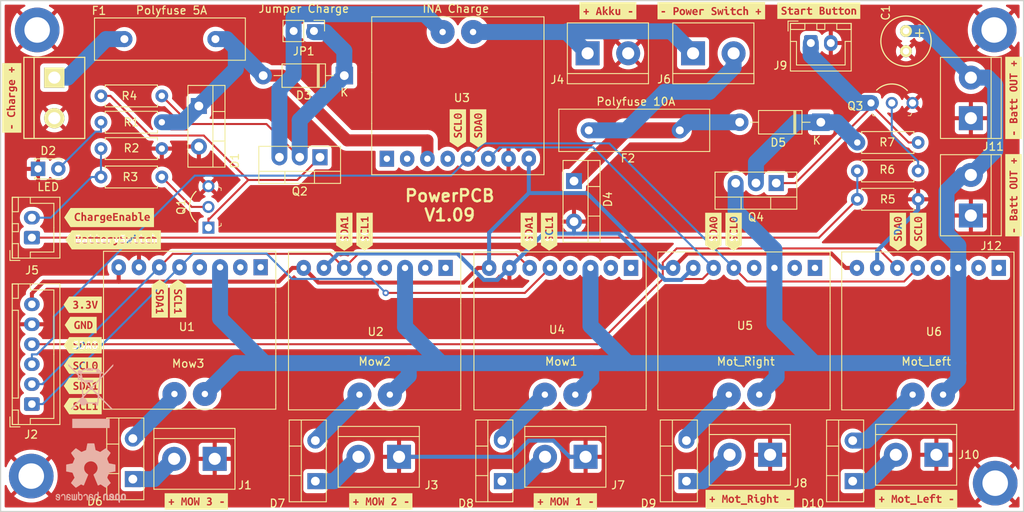
<source format=kicad_pcb>
(kicad_pcb (version 20211014) (generator pcbnew)
  (layers (0 "F.Cu" signal) (31 "B.Cu" signal) (34 "B.Paste" user) (35 "F.Paste" user) (36 "B.SilkS" user "B.Silkscreen") (37 "F.SilkS" user "F.Silkscreen") (38 "B.Mask" user) (39 "F.Mask" user) (44 "Edge.Cuts" user))
  (net 0 "")
  (net 1 "GND")
  (net 2 "pinChargeEnable")
  (net 3 "pinBatterySwitch")
  (net 4 "Net-(Q1-Pad1)")
  (net 5 "Net-(Q1-Pad2)")
  (net 6 "Net-(Q3-Pad2)")
  (net 7 "+3V3")
  (net 8 "V_Bat")
  (net 9 "SDA0")
  (net 10 "SCL0")
  (net 11 "SDA1")
  (net 12 "SCL1")
  (net 28 "Net-(BT1-Pad1)")
  (net 29 "Net-(D2-Pad2)")
  (net 30 "Net-(J9-Pad1)")
  (net 34 "Net-(D4-Pad1)")
  (net 35 "V_CHARGE")
  (net 36 "Net-(D6-Pad1)")
  (net 37 "Net-(D6-Pad2)")
  (net 38 "Net-(D7-Pad1)")
  (net 39 "Net-(D7-Pad2)")
  (net 40 "Net-(D8-Pad1)")
  (net 41 "Net-(D3-Pad1)")
  (net 42 "Net-(D8-Pad2)")
  (net 43 "Net-(J4-Pad1)")
  (net 44 "Net-(D9-Pad1)")
  (net 45 "Net-(D9-Pad2)")
  (net 46 "Net-(D10-Pad1)")
  (net 47 "Net-(D10-Pad2)")
  (net 48 "Net-(JP1-Pad2)")
  (net 49 "Net-(F2-Pad2)")
  (net 50 "Net-(D5-Pad1)")
  (footprint "Zimprich:Anschlussklemme_2P_RM5,08" (layer "F.Cu") (at 91.44 73.406 -90)
    (fp_text reference "BT1" hide)
    (fp_text value "Charge" hide)
  )
  (footprint "Zimprich:Elko_vert_11.2x6.3mm_RM2.5" (layer "F.Cu") (at 198.12 65.024 -90)
    (fp_text reference "C1")
    (fp_text value "100uF")
  )
  (footprint "Package_TO_SOT_THT:TO-220-2_Vertical" (layer "F.Cu") (at 109.545 74.422 -90)
    (fp_text reference "D1")
    (fp_text value "MBR1045")
  )
  (footprint "Fuse:Fuse_Littelfuse-LVR100" (layer "F.Cu") (at 111.618 66.04 180)
    (fp_text reference "F1")
    (fp_text value "Polyfuse 5A")
  )
  (footprint "Fuse:Fuse_Littelfuse-LVR100" (layer "F.Cu") (at 169.784 77.47 180)
    (fp_text reference "F2")
    (fp_text value "Polyfuse 10A")
  )
  (footprint "TerminalBlock:TerminalBlock_bornier-2_P5.08mm" (layer "F.Cu") (at 111.53 118.618 180)
    (fp_text reference "J1")
    (fp_text value "Mow3")
  )
  (footprint "digikey-footprints:TO-92-3_Formed_Leads" (layer "F.Cu") (at 110.744 89.662 90)
    (fp_text reference "Q1")
    (fp_text value "BC547C")
  )
  (footprint "digikey-footprints:TO-92-3_Formed_Leads" (layer "F.Cu") (at 193.742 74.035)
    (fp_text reference "Q3")
    (fp_text value "BC547C")
  )
  (footprint "Resistor_THT:R_Axial_DIN0207_L6.3mm_D2.5mm_P7.62mm_Horizontal" (layer "F.Cu") (at 104.902 83.312 180)
    (fp_text reference "R3")
    (fp_text value "4k7")
  )
  (footprint "Resistor_THT:R_Axial_DIN0207_L6.3mm_D2.5mm_P7.62mm_Horizontal" (layer "F.Cu") (at 104.902 73.152 180)
    (fp_text reference "R4")
    (fp_text value "4k7")
  )
  (footprint "Resistor_THT:R_Axial_DIN0207_L6.3mm_D2.5mm_P7.62mm_Horizontal" (layer "F.Cu") (at 192.024 86.106)
    (fp_text reference "R5")
    (fp_text value "4k7")
  )
  (footprint "Resistor_THT:R_Axial_DIN0207_L6.3mm_D2.5mm_P7.62mm_Horizontal" (layer "F.Cu") (at 192.024 82.55)
    (fp_text reference "R6")
    (fp_text value "4k7" hide)
  )
  (footprint "MountingHole:MountingHole_3.2mm_M3_DIN965_Pad_TopBottom" (layer "F.Cu") (at 89.289 64.897)
    (fp_text reference "H1" hide)
    (fp_text value "MountingHole_Pad" hide)
  )
  (footprint "MountingHole:MountingHole_3.2mm_M3_DIN965_Pad_TopBottom" (layer "F.Cu") (at 209.169 64.897)
    (fp_text reference "H2" hide)
    (fp_text value "MountingHole_Pad" hide)
  )
  (footprint "MountingHole:MountingHole_3.2mm_M3_DIN965_Pad_TopBottom" (layer "F.Cu") (at 209.296 121.666)
    (fp_text reference "H3" hide)
    (fp_text value "MountingHole_Pad" hide)
  )
  (footprint "MountingHole:MountingHole_3.2mm_M3_DIN965_Pad_TopBottom" (layer "F.Cu") (at 88.55 120.78)
    (fp_text reference "H4" hide)
    (fp_text value "MountingHole_Pad" hide)
  )
  (footprint "TerminalBlock:TerminalBlock_bornier-2_P5.08mm" (layer "F.Cu") (at 181.102 118.11 180)
    (fp_text reference "J8")
    (fp_text value "Mot_Right")
  )
  (footprint "Package_TO_SOT_THT:TO-220-3_Vertical" (layer "F.Cu") (at 181.864 84.074 180)
    (fp_text reference "Q4")
    (fp_text value "IRF9540N")
  )
  (footprint "Package_TO_SOT_THT:TO-220-3_Vertical" (layer "F.Cu") (at 124.714 80.843 180)
    (fp_text reference "Q2")
    (fp_text value "IRF9540N")
  )
  (footprint "Connector_JST:JST_XH_B6B-XH-A_1x06_P2.50mm_Vertical" (layer "F.Cu") (at 88.629 111.76 90)
    (fp_text reference "J2")
    (fp_text value "Main_PCB1")
  )
  (footprint "TerminalBlock:TerminalBlock_bornier-2_P5.08mm" (layer "F.Cu") (at 134.62 118.364 180)
    (fp_text reference "J3")
    (fp_text value "Mow2")
  )
  (footprint "TerminalBlock:TerminalBlock_bornier-2_P5.08mm" (layer "F.Cu") (at 158.242 67.818)
    (fp_text reference "J4")
    (fp_text value "Battery")
  )
  (footprint "Connector_JST:JST_XH_B2B-XH-A_1x02_P2.50mm_Vertical" (layer "F.Cu") (at 88.629 90.912 90)
    (fp_text reference "J5")
    (fp_text value "Main_PCB2")
  )
  (footprint "TerminalBlock:TerminalBlock_bornier-2_P5.08mm" (layer "F.Cu") (at 171.45 67.818)
    (fp_text reference "J6")
    (fp_text value "Power Switch")
  )
  (footprint "TerminalBlock:TerminalBlock_bornier-2_P5.08mm" (layer "F.Cu") (at 157.988 118.364 180)
    (fp_text reference "J7")
    (fp_text value "Mow1")
  )
  (footprint "Connector_JST:JST_XH_B2B-XH-A_1x02_P2.50mm_Vertical" (layer "F.Cu") (at 186.202 66.531)
    (fp_text reference "J9")
    (fp_text value "Start")
  )
  (footprint "TerminalBlock:TerminalBlock_bornier-2_P5.08mm" (layer "F.Cu") (at 201.93 118.11 180)
    (fp_text reference "J10")
    (fp_text value "Mot_Left")
  )
  (footprint "TerminalBlock:TerminalBlock_bornier-2_P5.08mm" (layer "F.Cu") (at 206.248 75.946 90)
    (fp_text reference "J11")
    (fp_text value "DC/DC1")
  )
  (footprint "TerminalBlock:TerminalBlock_bornier-2_P5.08mm" (layer "F.Cu") (at 206.248 88.138 90)
    (fp_text reference "J12")
    (fp_text value "DC/DC2")
  )
  (footprint "Current_sense:INA226" (layer "F.Cu") (at 131.56 102.32 180)
    (fp_text reference "U2")
    (fp_text value "INA226")
  )
  (footprint "Current_sense:INA226" (layer "F.Cu") (at 141.986 73.406)
    (fp_text reference "U3")
    (fp_text value "INA Charge")
  )
  (footprint "Current_sense:INA226" (layer "F.Cu") (at 154.79 102.32 180)
    (fp_text reference "U4")
    (fp_text value "INA226")
  )
  (footprint "Current_sense:INA226" (layer "F.Cu") (at 177.83 102.32 180)
    (fp_text reference "U5")
    (fp_text value "INA226")
  )
  (footprint "Current_sense:INA226" (layer "F.Cu") (at 200.86 102.32 180)
    (fp_text reference "U6")
    (fp_text value "INA226")
  )
  (footprint "kibuzzard-630FA596" (layer "F.Cu") (at 150.876 90.17 90)
    (fp_text reference "kibuzzard-630FA596" hide)
    (fp_text value "G***" hide)
  )
  (footprint "kibuzzard-630FA5FF" (layer "F.Cu") (at 127.762 90.17 90)
    (fp_text reference "kibuzzard-630FA5FF" hide)
    (fp_text value "G***" hide)
  )
  (footprint "kibuzzard-630F6938" (layer "F.Cu") (at 94.996 99.314)
    (fp_text reference "kibuzzard-630F6938" hide)
    (fp_text value "G***" hide)
  )
  (footprint "Resistor_THT:R_Axial_DIN0207_L6.3mm_D2.5mm_P7.62mm_Horizontal" (layer "F.Cu") (at 192.024 78.994)
    (fp_text reference "R7")
    (fp_text value "4k7" hide)
  )
  (footprint "kibuzzard-630FA573" (layer "F.Cu") (at 173.99 90.17 90)
    (fp_text reference "kibuzzard-630FA573" hide)
    (fp_text value "G***" hide)
  )
  (footprint "kibuzzard-630F6257" (layer "F.Cu") (at 155.448 123.952)
    (fp_text reference "kibuzzard-630F6257" hide)
    (fp_text value "G***" hide)
  )
  (footprint "Resistor_THT:R_Axial_DIN0207_L6.3mm_D2.5mm_P7.62mm_Horizontal" (layer "F.Cu") (at 104.902 76.454 180)
    (fp_text reference "R1")
    (fp_text value "4.7kO" hide)
  )
  (footprint "kibuzzard-630F70A7" (layer "F.Cu") (at 173.736 62.484)
    (fp_text reference "kibuzzard-630F70A7" hide)
    (fp_text value "G***" hide)
  )
  (footprint "kibuzzard-62B75E62" (layer "F.Cu") (at 199.39 123.698)
    (fp_text reference "kibuzzard-62B75E62" hide)
    (fp_text value "G***" hide)
  )
  (footprint "kibuzzard-630FA5E0" (layer "F.Cu") (at 130.302 90.17 90)
    (fp_text reference "kibuzzard-630FA5E0" hide)
    (fp_text value "G***" hide)
  )
  (footprint "kibuzzard-630F6901" (layer "F.Cu") (at 94.996 104.394)
    (fp_text reference "kibuzzard-630F6901" hide)
    (fp_text value "G***" hide)
  )
  (footprint "kibuzzard-630F62C6" (layer "F.Cu") (at 109.22 123.952)
    (fp_text reference "kibuzzard-630F62C6" hide)
    (fp_text value "G***" hide)
  )
  (footprint "kibuzzard-630F7110" (layer "F.Cu") (at 160.782 62.484)
    (fp_text reference "kibuzzard-630F7110" hide)
    (fp_text value "G***" hide)
  )
  (footprint "kibuzzard-630FA420" (layer "F.Cu") (at 98.298 88.392)
    (fp_text reference "kibuzzard-630FA420" hide)
    (fp_text value "G***" hide)
  )
  (footprint "Connector_PinHeader_2.54mm:PinHeader_1x02_P2.54mm_Vertical" (layer "F.Cu") (at 123.957 65.024 -90)
    (fp_text reference "JP1")
    (fp_text value "Jumper Charge")
  )
  (footprint "Package_TO_SOT_THT:TO-220-2_Vertical" (layer "F.Cu") (at 191.445 121.412 90)
    (fp_text reference "D10")
    (fp_text value "MBR1045")
  )
  (footprint "kibuzzard-630FA5B5" (layer "F.Cu") (at 153.416 90.17 90)
    (fp_text reference "kibuzzard-630FA5B5" hide)
    (fp_text value "G***" hide)
  )
  (footprint "Package_TO_SOT_THT:TO-220-2_Vertical" (layer "F.Cu") (at 101.275 121.158 90)
    (fp_text reference "D6")
    (fp_text value "MBR1045")
  )
  (footprint "kibuzzard-630F6915" (layer "F.Cu") (at 94.742 101.854)
    (fp_text reference "kibuzzard-630F6915" hide)
    (fp_text value "G***" hide)
  )
  (footprint "Package_TO_SOT_THT:TO-220-2_Vertical" (layer "F.Cu") (at 124.135 121.412 90)
    (fp_text reference "D7")
    (fp_text value "MBR1045")
  )
  (footprint "kibuzzard-630F6FC9" (layer "F.Cu") (at 187.198 62.484)
    (fp_text reference "kibuzzard-630F6FC9" hide)
    (fp_text value "G***" hide)
  )
  (footprint "Package_TO_SOT_THT:TO-220-2_Vertical" (layer "F.Cu") (at 156.535 83.82 -90)
    (fp_text reference "D4")
    (fp_text value "MBR1045")
  )
  (footprint "Current_sense:INA226" (layer "F.Cu") (at 108.39 102.24 180)
    (fp_text reference "U1")
    (fp_text value "INA226")
  )
  (footprint "kibuzzard-630FA50E" (layer "F.Cu") (at 197.104 90.17 90)
    (fp_text reference "kibuzzard-630FA50E" hide)
    (fp_text value "G***" hide)
  )
  (footprint "kibuzzard-6311B784" (layer "F.Cu") (at 144.526 77.216 90)
    (fp_text reference "kibuzzard-6311B784" hide)
    (fp_text value "G***" hide)
  )
  (footprint "kibuzzard-6311B760" (layer "F.Cu") (at 106.934 98.552 -90)
    (fp_text reference "kibuzzard-6311B760" hide)
    (fp_text value "G***" hide)
  )
  (footprint "kibuzzard-630FA55C" (layer "F.Cu") (at 176.53 90.17 90)
    (fp_text reference "kibuzzard-630FA55C" hide)
    (fp_text value "G***" hide)
  )
  (footprint "LED_THT:LED_D1.8mm_W3.3mm_H2.4mm" (layer "F.Cu") (at 89.403 82.296)
    (fp_text reference "D2")
    (fp_text value "LED")
  )
  (footprint "Package_TO_SOT_THT:TO-220-2_Vertical" (layer "F.Cu") (at 147.503 121.412 90)
    (fp_text reference "D8")
    (fp_text value "MBR1045")
  )
  (footprint "kibuzzard-6311B799" (layer "F.Cu") (at 141.986 77.216 90)
    (fp_text reference "kibuzzard-6311B799" hide)
    (fp_text value "G***" hide)
  )
  (footprint "kibuzzard-630FA52F" (layer "F.Cu") (at 199.644 90.17 90)
    (fp_text reference "kibuzzard-630FA52F" hide)
    (fp_text value "G***" hide)
  )
  (footprint "kibuzzard-630F68E0" (layer "F.Cu") (at 94.996 106.934)
    (fp_text reference "kibuzzard-630F68E0" hide)
    (fp_text value "G***" hide)
  )
  (footprint "Resistor_THT:R_Axial_DIN0207_L6.3mm_D2.5mm_P7.62mm_Horizontal" (layer "F.Cu") (at 97.282 79.756)
    (fp_text reference "R2")
    (fp_text value "4k7" hide)
  )
  (footprint "kibuzzard-630F6B1E" (layer "F.Cu") (at 211.582 85.598 90)
    (fp_text reference "kibuzzard-630F6B1E" hide)
    (fp_text value "G***" hide)
  )
  (footprint "kibuzzard-62B75EB1" (layer "F.Cu") (at 178.562 123.698)
    (fp_text reference "kibuzzard-62B75EB1" hide)
    (fp_text value "G***" hide)
  )
  (footprint "kibuzzard-630FA3ED" (layer "F.Cu") (at 98.806 91.186)
    (fp_text reference "kibuzzard-630FA3ED" hide)
    (fp_text value "G***" hide)
  )
  (footprint "kibuzzard-630F6337" (layer "F.Cu") (at 94.996 112.014)
    (fp_text reference "kibuzzard-630F6337" hide)
    (fp_text value "G***" hide)
  )
  (footprint "kibuzzard-630F629F" (layer "F.Cu") (at 132.334 123.952)
    (fp_text reference "kibuzzard-630F629F" hide)
    (fp_text value "G***" hide)
  )
  (footprint "kibuzzard-630F714A" (layer "F.Cu") (at 86.106 73.406 90)
    (fp_text reference "kibuzzard-630F714A" hide)
    (fp_text value "G***" hide)
  )
  (footprint "kibuzzard-630F6B3C" (layer "F.Cu") (at 211.582 73.406 90)
    (fp_text reference "kibuzzard-630F6B3C" hide)
    (fp_text value "G***" hide)
  )
  (footprint "Diode_THT:D_DO-41_SOD81_P10.16mm_Horizontal" (layer "F.Cu") (at 187.452 76.454 180)
    (fp_text reference "D5")
    (fp_text value "SB1240")
  )
  (footprint "Diode_THT:D_DO-41_SOD81_P10.16mm_Horizontal" (layer "F.Cu") (at 127.762 70.612 180)
    (fp_text reference "D3")
    (fp_text value "SB1240")
  )
  (footprint "kibuzzard-630F6348" (layer "F.Cu") (at 94.996 109.474)
    (fp_text reference "kibuzzard-630F6348" hide)
    (fp_text value "G***" hide)
  )
  (footprint "kibuzzard-6311B724" (layer "F.Cu") (at 104.648 98.552 -90)
    (fp_text reference "kibuzzard-6311B724" hide)
    (fp_text value "G***" hide)
  )
  (footprint "Package_TO_SOT_THT:TO-220-2_Vertical" (layer "F.Cu") (at 170.617 121.412 90)
    (fp_text reference "D9")
    (fp_text value "MBR1045")
  )
  (footprint "Symbol:WEEE-Logo_5.6x8mm_SilkScreen" (layer "B.Cu") (at 96.012 110.744 180)
    (fp_text reference "REF**" hide)
    (fp_text value "WEEE-Logo_5.6x8mm_SilkScreen" hide)
  )
  (footprint "Symbol:OSHW-Logo2_9.8x8mm_SilkScreen" (layer "B.Cu") (at 96.012 120.396 180)
    (fp_text reference "REF**" hide)
    (fp_text value "OSHW-Logo2_9.8x8mm_SilkScreen" hide)
  )
  (gr_line (start 84.709 125.217) (end 212.852 125.217) (layer "Edge.Cuts") (width 0.15))
  (gr_line (start 212.852 125.217) (end 212.852 61.217) (layer "Edge.Cuts") (width 0.15))
  (gr_line (start 84.709 61.217) (end 84.709 125.217) (layer "Edge.Cuts") (width 0.15))
  (gr_line (start 212.852 61.217) (end 84.709 61.217) (layer "Edge.Cuts") (width 0.15))
  (gr_text "PowerPCB\nV1.09" (at 140.97 86.868) (layer "F.SilkS") (effects (font (size 1.5 1.5) (thickness 0.3))))
  (segment (start 148.7852 81.0212) (end 148.7853 81.0212) (width 0.5) (layer "F.Cu") (net 1))
  (segment (start 148.3408 81.0212) (end 148.7852 81.0212) (width 0.5) (layer "F.Cu") (net 1))
  (segment (start 88.55 120.78) (end 90.4437 122.6737) (width 0.5) (layer "F.Cu") (net 1))
  (segment (start 148.336 81.026) (end 148.3408 81.0212) (width 0.5) (layer "F.Cu") (net 1))
  (segment (start 141.9307 92.8931) (end 127.0169 92.8931) (width 0.5) (layer "B.Cu") (net 1))
  (segment (start 127.0169 92.8931) (end 125.21 94.7) (width 0.5) (layer "B.Cu") (net 1))
  (segment (start 169.9711 96.2089) (end 171.48 94.7) (width 0.5) (layer "B.Cu") (net 1))
  (segment (start 148.44 94.7) (end 146.9356 96.2044) (width 0.5) (layer "B.Cu") (net 1))
  (segment (start 157.988 118.364) (end 155.9837 118.364) (width 0.5) (layer "B.Cu") (net 1))
  (segment (start 156.535 88.9) (end 156.535 90.4043) (width 0.5) (layer "B.Cu") (net 1))
  (segment (start 194.51 92.5443) (end 194.51 94.7) (width 0.5) (layer "B.Cu") (net 1))
  (segment (start 162.1226 90.4043) (end 167.9272 96.2089) (width 0.5) (layer "B.Cu") (net 1))
  (segment (start 152.7357 90.4043) (end 148.44 94.7) (width 0.5) (layer "B.Cu") (net 1))
  (segment (start 156.535 90.4043) (end 162.1226 90.4043) (width 0.5) (layer "B.Cu") (net 1))
  (segment (start 199.644 86.106) (end 199.644 87.4103) (width 0.5) (layer "B.Cu") (net 1))
  (segment (start 199.644 87.4103) (end 194.51 92.5443) (width 0.5) (layer "B.Cu") (net 1))
  (segment (start 150.879 116.3371) (end 148.8521 118.364) (width 0.5) (layer "B.Cu") (net 1))
  (segment (start 156.535 90.4043) (end 152.7357 90.4043) (width 0.5) (layer "B.Cu") (net 1))
  (segment (start 167.9272 96.2089) (end 169.9711 96.2089) (width 0.5) (layer "B.Cu") (net 1))
  (segment (start 148.8521 118.364) (end 134.62 118.364) (width 0.5) (layer "B.Cu") (net 1))
  (segment (start 155.9837 118.364) (end 153.9568 116.3371) (width 0.5) (layer "B.Cu") (net 1))
  (segment (start 146.9356 96.2044) (end 145.242 96.2044) (width 0.5) (layer "B.Cu") (net 1))
  (segment (start 153.9568 116.3371) (end 150.879 116.3371) (width 0.5) (layer "B.Cu") (net 1))
  (segment (start 145.242 96.2044) (end 141.9307 92.8931) (width 0.5) (layer "B.Cu") (net 1))
  (segment (start 88.629 88.412) (end 91.0007 88.412) (width 0.254) (layer "B.Cu") (net 2))
  (segment (start 97.282 79.756) (end 97.282 83.312) (width 0.254) (layer "B.Cu") (net 2))
  (segment (start 97.282 83.312) (end 96.1007 83.312) (width 0.254) (layer "B.Cu") (net 2))
  (segment (start 91.0007 88.412) (end 96.1007 83.312) (width 0.254) (layer "B.Cu") (net 2))
  (segment (start 187.218 90.912) (end 192.024 86.106) (width 0.254) (layer "F.Cu") (net 3))
  (segment (start 88.629 90.912) (end 187.218 90.912) (width 0.254) (layer "F.Cu") (net 3))
  (segment (start 192.024 82.55) (end 192.024 86.106) (width 0.254) (layer "B.Cu") (net 3))
  (segment (start 103.4319 78.1206) (end 98.4633 73.152) (width 0.254) (layer "F.Cu") (net 4))
  (segment (start 115.7267 83.6895) (end 115.7267 83.6894) (width 0.254) (layer "F.Cu") (net 4))
  (segment (start 115.7267 83.6894) (end 110.8854 88.5307) (width 0.254) (layer "F.Cu") (net 4))
  (segment (start 115.7267 83.6894) (end 110.1578 78.1206) (width 0.254) (layer "F.Cu") (net 4))
  (segment (start 110.8854 88.5307) (end 110.744 88.5307) (width 0.254) (layer "F.Cu") (net 4))
  (segment (start 110.744 89.662) (end 110.744 88.5307) (width 0.254) (layer "F.Cu") (net 4))
  (segment (start 110.1578 78.1206) (end 103.4319 78.1206) (width 0.254) (layer "F.Cu") (net 4))
  (segment (start 97.282 73.152) (end 98.4633 73.152) (width 0.254) (layer "F.Cu") (net 4))
  (segment (start 124.714 80.843) (end 121.8675 83.6895) (width 0.254) (layer "F.Cu") (net 4))
  (segment (start 121.8675 83.6895) (end 115.7267 83.6895) (width 0.254) (layer "F.Cu") (net 4))
  (segment (start 108.652 87.062) (end 110.744 87.062) (width 0.254) (layer "F.Cu") (net 5))
  (segment (start 104.902 83.312) (end 108.652 87.062) (width 0.254) (layer "F.Cu") (net 5))
  (segment (start 199.644 81.3687) (end 196.342 78.0667) (width 0.254) (layer "B.Cu") (net 6))
  (segment (start 196.342 78.0667) (end 196.342 74.035) (width 0.254) (layer "B.Cu") (net 6))
  (segment (start 199.644 82.55) (end 199.644 81.3687) (width 0.254) (layer "B.Cu") (net 6))
  (segment (start 170.741 92.899) (end 168.94 94.7) (width 0.5) (layer "F.Cu") (net 7))
  (segment (start 121.2657 94.7) (end 119.5424 96.4233) (width 0.5) (layer "F.Cu") (net 7))
  (segment (start 122.67 94.7) (end 121.2657 94.7) (width 0.5) (layer "F.Cu") (net 7))
  (segment (start 99.5 94.62) (end 99.5 96.1243) (width 0.5) (layer "F.Cu") (net 7))
  (segment (start 90.1114 96.4233) (end 88.629 97.9057) (width 0.5) (layer "F.Cu") (net 7))
  (segment (start 124.5096 96.5396) (end 122.67 94.7) (width 0.5) (layer "F.Cu") (net 7))
  (segment (start 190.5657 94.7) (end 188.7647 92.899) (width 0.5) (layer "F.Cu") (net 7))
  (segment (start 191.97 94.7) (end 190.5657 94.7) (width 0.5) (layer "F.Cu") (net 7))
  (segment (start 88.629 99.26) (end 88.629 97.9057) (width 0.5) (layer "F.Cu") (net 7))
  (segment (start 99.5 96.4233) (end 99.5 96.1243) (width 0.5) (layer "F.Cu") (net 7))
  (segment (start 142.6561 96.5396) (end 124.5096 96.5396) (width 0.5) (layer "F.Cu") (net 7))
  (segment (start 99.5 96.4233) (end 90.1114 96.4233) (width 0.5) (layer "F.Cu") (net 7))
  (segment (start 188.7647 92.899) (end 170.741 92.899) (width 0.5) (layer "F.Cu") (net 7))
  (segment (start 144.4957 94.7) (end 142.6561 96.5396) (width 0.5) (layer "F.Cu") (net 7))
  (segment (start 145.9 94.7) (end 144.4957 94.7) (width 0.5) (layer "F.Cu") (net 7))
  (segment (start 119.5424 96.4233) (end 99.5 96.4233) (width 0.5) (layer "F.Cu") (net 7))
  (segment (start 158.1601 85.3244) (end 167.5357 94.7) (width 0.5) (layer "B.Cu") (net 7))
  (segment (start 150.876 85.3244) (end 158.1601 85.3244) (width 0.5) (layer "B.Cu") (net 7))
  (segment (start 168.94 94.7) (end 167.5357 94.7) (width 0.5) (layer "B.Cu") (net 7))
  (segment (start 145.9 94.7) (end 145.9 90.3004) (width 0.5) (layer "B.Cu") (net 7))
  (segment (start 150.876 81.026) (end 150.876 85.3244) (width 0.5) (layer "B.Cu") (net 7))
  (segment (start 145.9 90.3004) (end 150.876 85.3244) (width 0.5) (layer "B.Cu") (net 7))
  (segment (start 176.784 87.5437) (end 176.784 84.074) (width 2) (layer "B.Cu") (net 8))
  (segment (start 181.918 108.392) (end 181.918 106.626) (width 2) (layer "B.Cu") (net 8))
  (segment (start 209.297511 80.008489) (end 209.297511 71.794191) (width 2) (layer "B.Cu") (net 8))
  (segment (start 206.248 83.058) (end 209.297511 80.008489) (width 2) (layer "B.Cu") (net 8))
  (segment (start 135.836 108.204) (end 135.836 106.626) (width 2) (layer "B.Cu") (net 8))
  (segment (start 204.67 94.7) (end 204.67 106.626) (width 2) (layer "B.Cu") (net 8))
  (segment (start 163.268 106.626) (end 158.696 106.626) (width 2) (layer "B.Cu") (net 8))
  (segment (start 204.67 106.626) (end 186.636 106.626) (width 2) (layer "B.Cu") (net 8))
  (segment (start 135.37 102.096) (end 139.9 106.626) (width 2) (layer "B.Cu") (net 8))
  (segment (start 203.198489 85.091511) (end 205.232 83.058) (width 2) (layer "B.Cu") (net 8))
  (segment (start 208.36932 70.866) (end 206.248 70.866) (width 2) (layer "B.Cu") (net 8))
  (segment (start 158.6 101.958) (end 163.268 106.626) (width 2) (layer "B.Cu") (net 8))
  (segment (start 112.2 101.024) (end 117.802 106.626) (width 2) (layer "B.Cu") (net 8))
  (segment (start 181.918 106.626) (end 163.268 106.626) (width 2) (layer "B.Cu") (net 8))
  (segment (start 186.636 106.626) (end 181.918 106.626) (width 2) (layer "B.Cu") (net 8))
  (segment (start 181.64 101.63) (end 186.636 106.626) (width 2) (layer "B.Cu") (net 8))
  (segment (start 158.696 108.574) (end 158.696 106.626) (width 2) (layer "B.Cu") (net 8))
  (segment (start 158.6 94.7) (end 158.6 101.958) (width 2) (layer "B.Cu") (net 8))
  (segment (start 158.696 106.626) (end 139.9 106.626) (width 2) (layer "B.Cu") (net 8))
  (segment (start 181.64 92.3997) (end 176.784 87.5437) (width 2) (layer "B.Cu") (net 8))
  (segment (start 156.695 110.575) (end 158.696 108.574) (width 2) (layer "B.Cu") (net 8))
  (segment (start 135.37 94.7) (end 135.37 102.096) (width 2) (layer "B.Cu") (net 8))
  (segment (start 114.164 106.626) (end 110.295 110.495) (width 2) (layer "B.Cu") (net 8))
  (segment (start 181.64 94.7) (end 181.64 92.3997) (width 2) (layer "B.Cu") (net 8))
  (segment (start 203.198489 90.428489) (end 203.198489 85.091511) (width 2) (layer "B.Cu") (net 8))
  (segment (start 204.67 91.9) (end 203.198489 90.428489) (width 2) (layer "B.Cu") (net 8))
  (segment (start 204.67 94.7) (end 204.67 91.9) (width 2) (layer "B.Cu") (net 8))
  (segment (start 198.12 65.024) (end 200.406 65.024) (width 1.5) (layer "B.Cu") (net 8))
  (segment (start 204.67 106.626) (end 204.67 108.67) (width 2) (layer "B.Cu") (net 8))
  (segment (start 112.2 94.62) (end 112.2 101.024) (width 2) (layer "B.Cu") (net 8))
  (segment (start 139.9 106.626) (end 135.836 106.626) (width 2) (layer "B.Cu") (net 8))
  (segment (start 135.836 106.626) (end 117.802 106.626) (width 2) (layer "B.Cu") (net 8))
  (segment (start 209.297511 71.794191) (end 208.36932 70.866) (width 2) (layer "B.Cu") (net 8))
  (segment (start 204.67 108.67) (end 202.765 110.575) (width 2) (layer "B.Cu") (net 8))
  (segment (start 117.802 106.626) (end 114.164 106.626) (width 2) (layer "B.Cu") (net 8))
  (segment (start 205.232 83.058) (end 206.248 83.058) (width 2) (layer "B.Cu") (net 8))
  (segment (start 200.406 65.024) (end 206.248 70.866) (width 1.5) (layer "B.Cu") (net 8))
  (segment (start 181.64 94.7) (end 181.64 101.63) (width 2) (layer "B.Cu") (net 8))
  (segment (start 133.465 110.575) (end 135.836 108.204) (width 2) (layer "B.Cu") (net 8))
  (segment (start 179.735 110.575) (end 181.918 108.392) (width 2) (layer "B.Cu") (net 8))
  (segment (start 174.02 94.7) (end 172.6293 96.0907) (width 0.254) (layer "F.Cu") (net 9))
  (segment (start 194.6108 92.2608) (end 169.4052 92.2608) (width 0.254) (layer "F.Cu") (net 9))
  (segment (start 159.485 104.26) (end 88.629 104.26) (width 0.254) (layer "F.Cu") (net 9))
  (segment (start 169.4052 92.2608) (end 167.6543 94.0117) (width 0.254) (layer "F.Cu") (net 9))
  (segment (start 172.6293 96.0907) (end 167.6543 96.0907) (width 0.254) (layer "F.Cu") (net 9))
  (segment (start 197.05 94.7) (end 194.6108 92.2608) (width 0.254) (layer "F.Cu") (net 9))
  (segment (start 167.6543 96.0907) (end 159.485 104.26) (width 0.254) (layer "F.Cu") (net 9))
  (segment (start 167.6543 94.0117) (end 167.6543 96.0907) (width 0.254) (layer "F.Cu") (net 9))
  (segment (start 147.214 79.608) (end 158.928 79.608) (width 0.254) (layer "B.Cu") (net 9))
  (segment (start 145.796 81.026) (end 147.214 79.608) (width 0.254) (layer "B.Cu") (net 9))
  (segment (start 158.928 79.608) (end 174.02 94.7) (width 0.254) (layer "B.Cu") (net 9))
  (segment (start 199.59 94.7) (end 197.8865 96.4035) (width 0.254) (layer "F.Cu") (net 10))
  (segment (start 178.2635 96.4035) (end 176.56 94.7) (width 0.254) (layer "F.Cu") (net 10))
  (segment (start 197.8865 96.4035) (end 178.2635 96.4035) (width 0.254) (layer "F.Cu") (net 10))
  (segment (start 88.629 106.76) (end 88.629 105.5287) (width 0.254) (layer "B.Cu") (net 10))
  (segment (start 89.2642 105.5287) (end 88.629 105.5287) (width 0.254) (layer "B.Cu") (net 10))
  (segment (start 91.3811 100.7942) (end 91.3811 103.4118) (width 0.254) (layer "B.Cu") (net 10))
  (segment (start 141.1374 83.1446) (end 109.0307 83.1446) (width 0.254) (layer "B.Cu") (net 10))
  (segment (start 160.9596 79.0996) (end 145.1824 79.0996) (width 0.254) (layer "B.Cu") (net 10))
  (segment (start 176.56 94.7) (end 160.9596 79.0996) (width 0.254) (layer "B.Cu") (net 10))
  (segment (start 145.1824 79.0996) (end 143.256 81.026) (width 0.254) (layer "B.Cu") (net 10))
  (segment (start 91.3811 103.4118) (end 89.2642 105.5287) (width 0.254) (layer "B.Cu") (net 10))
  (segment (start 109.0307 83.1446) (end 91.3811 100.7942) (width 0.254) (layer "B.Cu") (net 10))
  (segment (start 143.256 81.026) (end 141.1374 83.1446) (width 0.254) (layer "B.Cu") (net 10))
  (segment (start 150.98 94.7) (end 149.2649 92.9849) (width 0.254) (layer "F.Cu") (net 11))
  (segment (start 106.2606 92.9394) (end 125.9894 92.9394) (width 0.254) (layer "F.Cu") (net 11))
  (segment (start 125.9894 92.9394) (end 127.75 94.7) (width 0.254) (layer "F.Cu") (net 11))
  (segment (start 149.2649 92.9849) (end 129.4651 92.9849) (width 0.254) (layer "F.Cu") (net 11))
  (segment (start 104.58 94.62) (end 106.2606 92.9394) (width 0.254) (layer "F.Cu") (net 11))
  (segment (start 129.4651 92.9849) (end 127.75 94.7) (width 0.254) (layer "F.Cu") (net 11))
  (segment (start 104.58 94.62) (end 89.9853 109.2147) (width 0.254) (layer "B.Cu") (net 11))
  (segment (start 89.9853 109.2147) (end 89.9853 109.26) (width 0.254) (layer "B.Cu") (net 11))
  (segment (start 88.629 109.26) (end 89.9853 109.26) (width 0.254) (layer "B.Cu") (net 11))
  (segment (start 132.9497 97.8355) (end 150.3845 97.8355) (width 0.254) (layer "F.Cu") (net 12))
  (segment (start 150.3845 97.8355) (end 153.52 94.7) (width 0.254) (layer "F.Cu") (net 12))
  (via (at 132.9497 97.8355) (size 0.8) (drill 0.4) (layers "F.Cu" "B.Cu") (net 12))
  (segment (start 130.29 96.0814) (end 131.1956 96.0814) (width 0.254) (layer "B.Cu") (net 12))
  (segment (start 121.2 96.0813) (end 130.29 96.0813) (width 0.254) (layer "B.Cu") (net 12))
  (segment (start 107.12 94.62) (end 108.8397 92.9003) (width 0.254) (layer "B.Cu") (net 12))
  (segment (start 89.98 111.76) (end 107.12 94.62) (width 0.254) (layer "B.Cu") (net 12))
  (segment (start 88.629 111.76) (end 89.98 111.76) (width 0.254) (layer "B.Cu") (net 12))
  (segment (start 130.29 96.0813) (end 130.29 96.0814) (width 0.254) (layer "B.Cu") (net 12))
  (segment (start 118.019 92.9003) (end 121.2 96.0813) (width 0.254) (layer "B.Cu") (net 12))
  (segment (start 108.8397 92.9003) (end 118.019 92.9003) (width 0.254) (layer "B.Cu") (net 12))
  (segment (start 131.1956 96.0814) (end 132.9497 97.8355) (width 0.254) (layer "B.Cu") (net 12))
  (segment (start 130.29 94.7) (end 130.29 96.0813) (width 0.254) (layer "B.Cu") (net 12))
  (segment (start 97.9173 66.04) (end 93.0913 70.866) (width 2) (layer "B.Cu") (net 28))
  (segment (start 91.44 70.866) (end 93.0913 70.866) (width 2) (layer "B.Cu") (net 28))
  (segment (start 100.218 66.04) (end 97.9173 66.04) (width 2) (layer "B.Cu") (net 28))
  (segment (start 96.6037 77.6353) (end 97.282 77.6353) (width 0.254) (layer "B.Cu") (net 29))
  (segment (start 91.943 82.296) (end 96.6037 77.6353) (width 0.254) (layer "B.Cu") (net 29))
  (segment (start 97.282 76.454) (end 97.282 77.6353) (width 0.254) (layer "B.Cu") (net 29))
  (segment (start 194.0693 74.6006) (end 193.742 74.6006) (width 0.254) (layer "F.Cu") (net 30))
  (segment (start 199.644 78.994) (end 198.4627 78.994) (width 0.254) (layer "F.Cu") (net 30))
  (segment (start 193.742 74.035) (end 193.742 74.6006) (width 0.254) (layer "F.Cu") (net 30))
  (segment (start 193.742 74.6006) (end 184.2686 84.074) (width 0.254) (layer "F.Cu") (net 30))
  (segment (start 184.2686 84.074) (end 181.864 84.074) (width 0.254) (layer "F.Cu") (net 30))
  (segment (start 198.4627 78.994) (end 194.0693 74.6006) (width 0.254) (layer "F.Cu") (net 30))
  (segment (start 186.202 67.155826) (end 186.182 67.175826) (width 2) (layer "B.Cu") (net 30))
  (segment (start 186.182 67.175826) (end 186.182 68.072) (width 2) (layer "B.Cu") (net 30))
  (segment (start 186.202 66.531) (end 186.202 67.155826) (width 2) (layer "B.Cu") (net 30))
  (segment (start 186.182 68.072) (end 192.145 74.035) (width 2) (layer "B.Cu") (net 30))
  (segment (start 192.145 74.035) (end 193.742 74.035) (width 2) (layer "B.Cu") (net 30))
  (segment (start 169.784 77.47) (end 162.885 77.47) (width 2) (layer "F.Cu") (net 34))
  (segment (start 162.885 77.47) (end 156.535 83.82) (width 2) (layer "F.Cu") (net 34))
  (segment (start 177.292 76.454) (end 170.8 76.454) (width 2) (layer "B.Cu") (net 34))
  (segment (start 170.8 76.454) (end 169.784 77.47) (width 2) (layer "B.Cu") (net 34))
  (segment (start 128.116 78.7257) (end 138.176 78.7257) (width 1.5) (layer "F.Cu") (net 35))
  (segment (start 120.0023 70.612) (end 128.116 78.7257) (width 1.5) (layer "F.Cu") (net 35))
  (segment (start 138.176 81.026) (end 138.176 78.7257) (width 1.5) (layer "F.Cu") (net 35))
  (segment (start 117.602 70.612) (end 120.0023 70.612) (width 1.5) (layer "F.Cu") (net 35))
  (segment (start 114.173 69.794) (end 109.545 74.422) (width 2) (layer "B.Cu") (net 35))
  (segment (start 104.902 76.454) (end 107.513 76.454) (width 2) (layer "B.Cu") (net 35))
  (segment (start 114.173 67.183) (end 114.173 69.794) (width 2) (layer "B.Cu") (net 35))
  (segment (start 114.173 67.183) (end 117.602 70.612) (width 2) (layer "B.Cu") (net 35))
  (segment (start 113.03 66.04) (end 114.173 67.183) (width 2) (layer "B.Cu") (net 35))
  (segment (start 111.618 66.04) (end 113.03 66.04) (width 2) (layer "B.Cu") (net 35))
  (segment (start 107.513 76.454) (end 109.545 74.422) (width 2) (layer "B.Cu") (net 35))
  (segment (start 101.275 121.158) (end 103.91 121.158) (width 2) (layer "B.Cu") (net 36))
  (segment (start 106.45 118.618) (end 103.91 121.158) (width 2) (layer "B.Cu") (net 36))
  (segment (start 106.485 110.495) (end 106.485 110.868) (width 2) (layer "B.Cu") (net 37))
  (segment (start 106.485 110.868) (end 101.275 116.078) (width 2) (layer "B.Cu") (net 37))
  (segment (start 126.492 121.412) (end 129.54 118.364) (width 2) (layer "B.Cu") (net 38))
  (segment (start 124.135 121.412) (end 126.492 121.412) (width 2) (layer "B.Cu") (net 38))
  (segment (start 129.655 110.812) (end 124.135 116.332) (width 2) (layer "B.Cu") (net 39))
  (segment (start 129.655 110.575) (end 129.655 110.812) (width 2) (layer "B.Cu") (net 39))
  (segment (start 152.908 118.364) (end 149.86 121.412) (width 2) (layer "B.Cu") (net 40))
  (segment (start 147.503 121.412) (end 149.86 121.412) (width 2) (layer "B.Cu") (net 40))
  (segment (start 108.426 76.676) (end 104.902 73.152) (width 0.254) (layer "F.Cu") (net 41))
  (segment (start 118.007 76.676) (end 108.426 76.676) (width 0.254) (layer "F.Cu") (net 41))
  (segment (start 122.174 80.843) (end 118.007 76.676) (width 0.254) (layer "F.Cu") (net 41))
  (segment (start 127.762 70.612) (end 127.762 67.512) (width 2) (layer "B.Cu") (net 41))
  (segment (start 122.174 76.2) (end 122.174 80.843) (width 2) (layer "B.Cu") (net 41))
  (segment (start 127.762 67.512) (end 125.424009 65.174009) (width 2) (layer "B.Cu") (net 41))
  (segment (start 125.424009 65.174009) (end 123.957 65.174009) (width 2) (layer "B.Cu") (net 41))
  (segment (start 127.762 70.612) (end 122.174 76.2) (width 2) (layer "B.Cu") (net 41))
  (segment (start 147.503 116.332) (end 147.503 115.957) (width 2) (layer "B.Cu") (net 42))
  (segment (start 147.503 115.957) (end 152.885 110.575) (width 2) (layer "B.Cu") (net 42))
  (segment (start 155.575 65.151) (end 155.661511 65.064489) (width 2) (layer "B.Cu") (net 43))
  (segment (start 155.661511 65.064489) (end 168.696489 65.064489) (width 2) (layer "B.Cu") (net 43))
  (segment (start 168.696489 65.064489) (end 171.45 67.818) (width 2) (layer "B.Cu") (net 43))
  (segment (start 143.891 65.151) (end 155.575 65.151) (width 2) (layer "B.Cu") (net 43))
  (segment (start 155.575 65.151) (end 158.242 67.818) (width 2) (layer "B.Cu") (net 43))
  (segment (start 172.72 121.412) (end 176.022 118.11) (width 2) (layer "B.Cu") (net 44))
  (segment (start 170.617 121.412) (end 172.72 121.412) (width 2) (layer "B.Cu") (net 44))
  (segment (start 170.617 116.332) (end 170.617 115.883) (width 2) (layer "B.Cu") (net 45))
  (segment (start 170.617 115.883) (end 175.925 110.575) (width 2) (layer "B.Cu") (net 45))
  (segment (start 193.548 121.412) (end 196.85 118.11) (width 2) (layer "B.Cu") (net 46))
  (segment (start 191.445 121.412) (end 193.548 121.412) (width 2) (layer "B.Cu") (net 46))
  (segment (start 191.445 116.332) (end 193.198 116.332) (width 2) (layer "B.Cu") (net 47))
  (segment (start 193.198 116.332) (end 198.955 110.575) (width 2) (layer "B.Cu") (net 47))
  (segment (start 119.634 80.843) (end 119.634 72.326975) (width 2) (layer "B.Cu") (net 48))
  (segment (start 121.853489 62.920489) (end 137.850489 62.920489) (width 2) (layer "B.Cu") (net 48))
  (segment (start 137.850489 62.920489) (end 140.081 65.151) (width 2) (layer "B.Cu") (net 48))
  (segment (start 119.634 72.326975) (end 121.417 70.543975) (width 2) (layer "B.Cu") (net 48))
  (segment (start 121.417 70.543975) (end 121.417 65.024) (width 2) (layer "B.Cu") (net 48))
  (segment (start 121.417 63.356978) (end 121.853489 62.920489) (width 2) (layer "B.Cu") (net 48))
  (segment (start 121.417 65.024) (end 121.417 63.356978) (width 2) (layer "B.Cu") (net 48))
  (segment (start 163.068 77.47) (end 167.894 72.644) (width 2) (layer "B.Cu") (net 49))
  (segment (start 167.894 72.644) (end 173.482 72.644) (width 2) (layer "B.Cu") (net 49))
  (segment (start 158.384 77.47) (end 163.068 77.47) (width 2) (layer "B.Cu") (net 49))
  (segment (start 173.482 72.644) (end 176.53 69.596) (width 2) (layer "B.Cu") (net 49))
  (segment (start 176.53 69.596) (end 176.53 67.818) (width 2) (layer "B.Cu") (net 49))
  (segment (start 189.484 76.454) (end 192.024 78.994) (width 2) (layer "B.Cu") (net 50))
  (segment (start 184.352 76.454) (end 179.324 81.482) (width 2) (layer "B.Cu") (net 50))
  (segment (start 179.324 81.508) (end 179.324 84.1) (width 2) (layer "B.Cu") (net 50))
  (segment (start 187.452 76.454) (end 184.352 76.454) (width 2) (layer "B.Cu") (net 50))
  (segment (start 187.452 76.454) (end 189.484 76.454) (width 2) (layer "B.Cu") (net 50))
  (zone (net 1) (net_name "GND") (layer "F.Cu") (connect_pads (clearance 0.508)) (min_thickness 0.254) (fill yes (thermal_gap 0.508) (thermal_bridge_width 0.508))
    (polygon (pts (xy 212.598 124.968) (xy 84.836 124.968) (xy 84.836 61.468) (xy 212.598 61.468)))
  )
)
</source>
